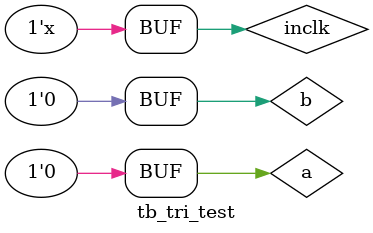
<source format=v>
`timescale 1ns/1ns
module tb_tri_test();
reg inclk;
reg a,b;
wire c;

initial begin
	inclk=0;
end
always #5 inclk=~inclk;
initial begin
	a=0;
	#10
	a=1;
	#40
	a=0;
end
initial begin
	b=1;
	#30
	b=0;
end

	tri_test inst_tri_test (
		.clk(inclk), 
		.ia(a), 
		.ib(b), 
		.oc(c)
		);

endmodule
</source>
